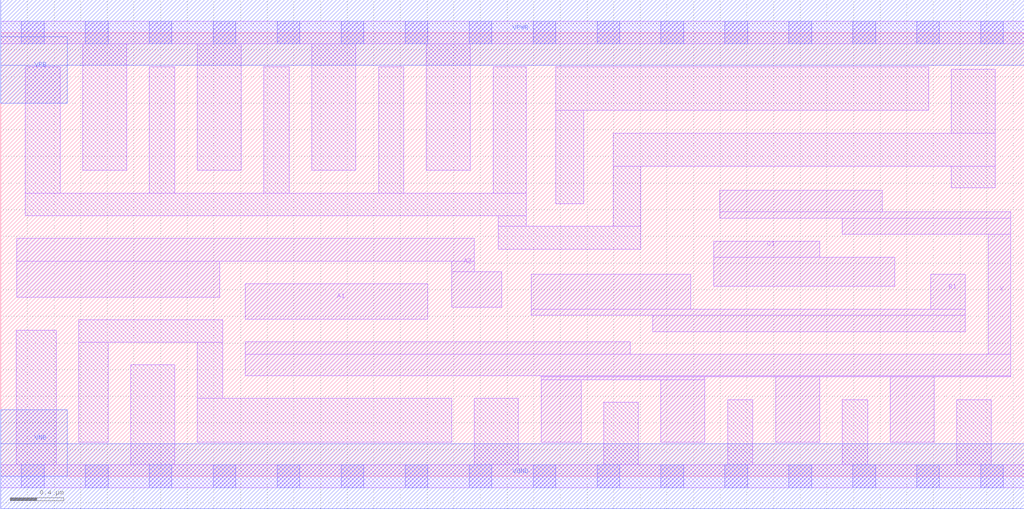
<source format=lef>
# Copyright 2020 The SkyWater PDK Authors
#
# Licensed under the Apache License, Version 2.0 (the "License");
# you may not use this file except in compliance with the License.
# You may obtain a copy of the License at
#
#     https://www.apache.org/licenses/LICENSE-2.0
#
# Unless required by applicable law or agreed to in writing, software
# distributed under the License is distributed on an "AS IS" BASIS,
# WITHOUT WARRANTIES OR CONDITIONS OF ANY KIND, either express or implied.
# See the License for the specific language governing permissions and
# limitations under the License.
#
# SPDX-License-Identifier: Apache-2.0

VERSION 5.5 ;
NAMESCASESENSITIVE ON ;
BUSBITCHARS "[]" ;
DIVIDERCHAR "/" ;
MACRO sky130_fd_sc_lp__a211oi_4
  CLASS CORE ;
  SOURCE USER ;
  ORIGIN  0.000000  0.000000 ;
  SIZE  7.680000 BY  3.330000 ;
  SYMMETRY X Y R90 ;
  SITE unit ;
  PIN A1
    ANTENNAGATEAREA  1.260000 ;
    DIRECTION INPUT ;
    USE SIGNAL ;
    PORT
      LAYER li1 ;
        RECT 1.835000 1.180000 3.205000 1.445000 ;
    END
  END A1
  PIN A2
    ANTENNAGATEAREA  1.260000 ;
    DIRECTION INPUT ;
    USE SIGNAL ;
    PORT
      LAYER li1 ;
        RECT 0.120000 1.345000 1.645000 1.615000 ;
        RECT 0.120000 1.615000 3.555000 1.785000 ;
        RECT 3.385000 1.270000 3.760000 1.535000 ;
        RECT 3.385000 1.535000 3.555000 1.615000 ;
    END
  END A2
  PIN B1
    ANTENNAGATEAREA  1.260000 ;
    DIRECTION INPUT ;
    USE SIGNAL ;
    PORT
      LAYER li1 ;
        RECT 3.980000 1.210000 7.240000 1.255000 ;
        RECT 3.980000 1.255000 5.180000 1.515000 ;
        RECT 4.895000 1.085000 7.240000 1.210000 ;
        RECT 6.980000 1.255000 7.240000 1.515000 ;
    END
  END B1
  PIN C1
    ANTENNAGATEAREA  1.260000 ;
    DIRECTION INPUT ;
    USE SIGNAL ;
    PORT
      LAYER li1 ;
        RECT 5.350000 1.425000 6.710000 1.645000 ;
        RECT 5.350000 1.645000 6.145000 1.765000 ;
    END
  END C1
  PIN Y
    ANTENNADIFFAREA  2.116800 ;
    DIRECTION OUTPUT ;
    USE SIGNAL ;
    PORT
      LAYER li1 ;
        RECT 1.835000 0.755000 7.580000 0.915000 ;
        RECT 1.835000 0.915000 4.725000 1.010000 ;
        RECT 4.055000 0.255000 4.355000 0.725000 ;
        RECT 4.055000 0.725000 5.285000 0.745000 ;
        RECT 4.055000 0.745000 7.580000 0.755000 ;
        RECT 4.955000 0.255000 5.285000 0.725000 ;
        RECT 5.395000 1.935000 7.580000 1.985000 ;
        RECT 5.395000 1.985000 6.615000 2.145000 ;
        RECT 5.815000 0.255000 6.145000 0.745000 ;
        RECT 6.315000 1.815000 7.580000 1.935000 ;
        RECT 6.675000 0.255000 7.005000 0.745000 ;
        RECT 7.410000 0.915000 7.580000 1.815000 ;
    END
  END Y
  PIN VGND
    DIRECTION INOUT ;
    USE GROUND ;
    PORT
      LAYER met1 ;
        RECT 0.000000 -0.245000 7.680000 0.245000 ;
    END
  END VGND
  PIN VNB
    DIRECTION INOUT ;
    USE GROUND ;
    PORT
      LAYER met1 ;
        RECT 0.000000 0.000000 0.500000 0.500000 ;
    END
  END VNB
  PIN VPB
    DIRECTION INOUT ;
    USE POWER ;
    PORT
      LAYER met1 ;
        RECT 0.000000 2.800000 0.500000 3.300000 ;
    END
  END VPB
  PIN VPWR
    DIRECTION INOUT ;
    USE POWER ;
    PORT
      LAYER met1 ;
        RECT 0.000000 3.085000 7.680000 3.575000 ;
    END
  END VPWR
  OBS
    LAYER li1 ;
      RECT 0.000000 -0.085000 7.680000 0.085000 ;
      RECT 0.000000  3.245000 7.680000 3.415000 ;
      RECT 0.115000  0.085000 0.415000 1.095000 ;
      RECT 0.185000  1.955000 3.945000 2.125000 ;
      RECT 0.185000  2.125000 0.445000 3.075000 ;
      RECT 0.585000  0.255000 0.805000 1.005000 ;
      RECT 0.585000  1.005000 1.665000 1.175000 ;
      RECT 0.615000  2.295000 0.945000 3.245000 ;
      RECT 0.975000  0.085000 1.305000 0.835000 ;
      RECT 1.115000  2.125000 1.305000 3.075000 ;
      RECT 1.475000  0.255000 3.385000 0.585000 ;
      RECT 1.475000  0.585000 1.665000 1.005000 ;
      RECT 1.475000  2.295000 1.805000 3.245000 ;
      RECT 1.975000  2.125000 2.165000 3.075000 ;
      RECT 2.335000  2.295000 2.665000 3.245000 ;
      RECT 2.835000  2.125000 3.025000 3.075000 ;
      RECT 3.195000  2.295000 3.525000 3.245000 ;
      RECT 3.555000  0.085000 3.885000 0.585000 ;
      RECT 3.695000  2.125000 3.945000 3.075000 ;
      RECT 3.735000  1.705000 4.805000 1.875000 ;
      RECT 3.735000  1.875000 3.945000 1.955000 ;
      RECT 4.165000  2.045000 4.375000 2.745000 ;
      RECT 4.165000  2.745000 6.965000 3.075000 ;
      RECT 4.525000  0.085000 4.785000 0.555000 ;
      RECT 4.595000  1.875000 4.805000 2.325000 ;
      RECT 4.595000  2.325000 7.465000 2.575000 ;
      RECT 5.455000  0.085000 5.645000 0.575000 ;
      RECT 6.315000  0.085000 6.505000 0.575000 ;
      RECT 7.135000  2.165000 7.465000 2.325000 ;
      RECT 7.135000  2.575000 7.465000 3.055000 ;
      RECT 7.175000  0.085000 7.435000 0.575000 ;
    LAYER mcon ;
      RECT 0.155000 -0.085000 0.325000 0.085000 ;
      RECT 0.155000  3.245000 0.325000 3.415000 ;
      RECT 0.635000 -0.085000 0.805000 0.085000 ;
      RECT 0.635000  3.245000 0.805000 3.415000 ;
      RECT 1.115000 -0.085000 1.285000 0.085000 ;
      RECT 1.115000  3.245000 1.285000 3.415000 ;
      RECT 1.595000 -0.085000 1.765000 0.085000 ;
      RECT 1.595000  3.245000 1.765000 3.415000 ;
      RECT 2.075000 -0.085000 2.245000 0.085000 ;
      RECT 2.075000  3.245000 2.245000 3.415000 ;
      RECT 2.555000 -0.085000 2.725000 0.085000 ;
      RECT 2.555000  3.245000 2.725000 3.415000 ;
      RECT 3.035000 -0.085000 3.205000 0.085000 ;
      RECT 3.035000  3.245000 3.205000 3.415000 ;
      RECT 3.515000 -0.085000 3.685000 0.085000 ;
      RECT 3.515000  3.245000 3.685000 3.415000 ;
      RECT 3.995000 -0.085000 4.165000 0.085000 ;
      RECT 3.995000  3.245000 4.165000 3.415000 ;
      RECT 4.475000 -0.085000 4.645000 0.085000 ;
      RECT 4.475000  3.245000 4.645000 3.415000 ;
      RECT 4.955000 -0.085000 5.125000 0.085000 ;
      RECT 4.955000  3.245000 5.125000 3.415000 ;
      RECT 5.435000 -0.085000 5.605000 0.085000 ;
      RECT 5.435000  3.245000 5.605000 3.415000 ;
      RECT 5.915000 -0.085000 6.085000 0.085000 ;
      RECT 5.915000  3.245000 6.085000 3.415000 ;
      RECT 6.395000 -0.085000 6.565000 0.085000 ;
      RECT 6.395000  3.245000 6.565000 3.415000 ;
      RECT 6.875000 -0.085000 7.045000 0.085000 ;
      RECT 6.875000  3.245000 7.045000 3.415000 ;
      RECT 7.355000 -0.085000 7.525000 0.085000 ;
      RECT 7.355000  3.245000 7.525000 3.415000 ;
  END
END sky130_fd_sc_lp__a211oi_4
END LIBRARY

</source>
